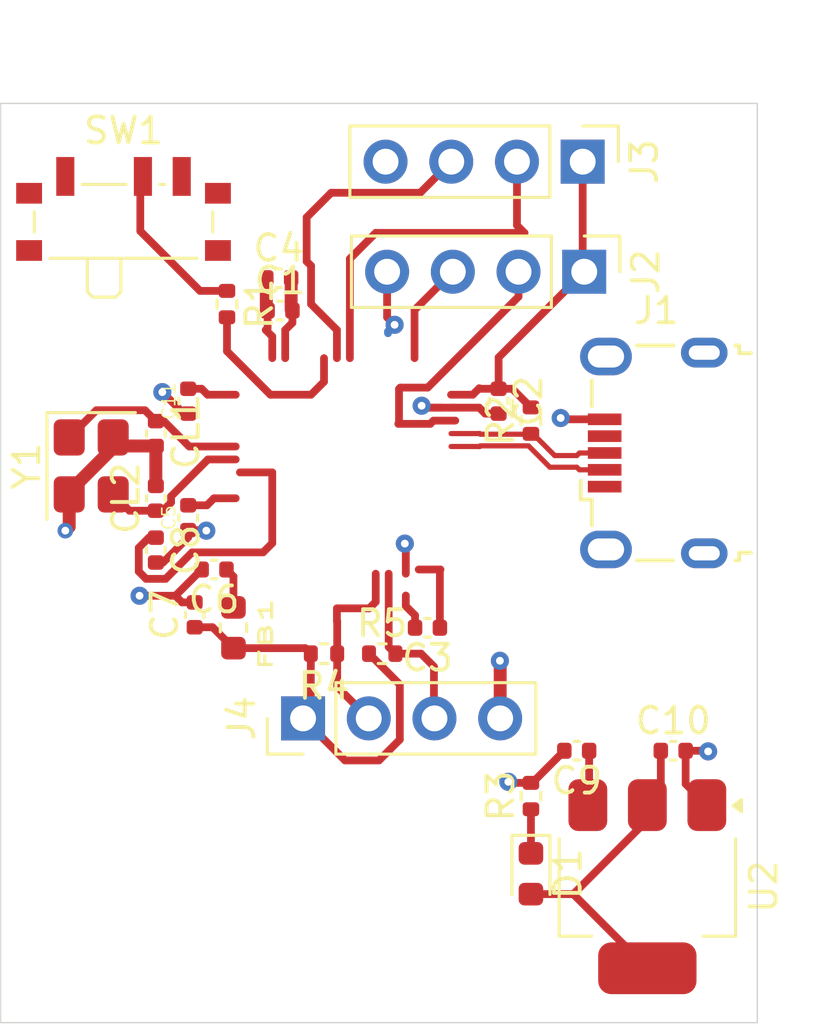
<source format=kicad_pcb>
(kicad_pcb (version 20241229) (generator "pcbnew") (generator_version "9.0")
  (layers (0 "F.Cu" signal) (2 "B.Cu" power) (13 "F.Paste" user) (15 "B.Paste" user) (5 "F.SilkS" user "F.Silkscreen") (7 "B.SilkS" user "B.Silkscreen") (1 "F.Mask" user) (3 "B.Mask" user) (25 "Edge.Cuts" user))
  (net 0 "")
  (net 1 "GND")
  (net 2 "+3.3V")
  (net 3 "+3.3VA")
  (net 4 "<NO NET>")
  (net 5 "Net-(U1-NRST)")
  (net 6 "VBUS")
  (net 7 "/RCC_OSS_IN")
  (net 8 "Net-(U1-PD1)")
  (net 9 "Net-(D1-K)")
  (net 12 "USB_D-")
  (net 14 "USB_D+")
  (net 17 "SYS_SWDIO")
  (net 18 "SYS_SWCLK")
  (net 19 "/USART1_TX")
  (net 20 "/USART1_RX")
  (net 21 "/I2C2_SDA")
  (net 22 "/I2C2_SCL")
  (net 23 "Net-(SW1-B)")
  (net 24 "/BOOT0")
  (footprint "Capacitor_SMD:C_0402_1005Metric" (layer "F.Cu") (at 138.25 103.75 -90)
    (property "Reference" "C8" (at 0 -1.16 90) (layer "F.SilkS"))
    (property "Value" "100nF")
    (fp_line (start -0.107836 0.36) (end 0.107836 0.36) (stroke (width 0.12)) (layer "F.SilkS"))
    (fp_line (start -0.107836 -0.36) (end 0.107836 -0.36) (stroke (width 0.12)) (layer "F.SilkS"))
    (pad "1" smd roundrect (at -0.48 0 270) (size 0.56 0.62) (layers "F.Cu" "F.Mask" "F.Paste") (net 5 "Net-(U1-NRST)"))
    (pad "2" smd roundrect (at 0.48 0 270) (size 0.56 0.62) (layers "F.Cu" "F.Mask" "F.Paste") (net 4 "<NO NET>"))
  )
  (footprint "Capacitor_SMD:C_0402_1005Metric" (layer "F.Cu") (at 154.52 111.5 180)
    (property "Reference" "C9" (at 0 -1.16 0) (layer "F.SilkS"))
    (property "Value" "22uF")
    (fp_line (start -0.107836 0.36) (end 0.107836 0.36) (stroke (width 0.12)) (layer "F.SilkS"))
    (fp_line (start -0.107836 -0.36) (end 0.107836 -0.36) (stroke (width 0.12)) (layer "F.SilkS"))
    (pad "1" smd roundrect (at -0.48 0 180) (size 0.56 0.62) (layers "F.Cu" "F.Mask" "F.Paste") (net 6 "VBUS"))
    (pad "2" smd roundrect (at 0.48 0 180) (size 0.56 0.62) (layers "F.Cu" "F.Mask" "F.Paste") (net 4 "<NO NET>"))
  )
  (footprint "Resistor_SMD:R_0402_1005Metric" (layer "F.Cu") (at 152.75 113.25 90)
    (property "Reference" "R3" (at 0 -1.17 90) (layer "F.SilkS"))
    (property "Value" "1k5")
    (fp_line (start -0.153641 -0.38) (end 0.153641 -0.38) (stroke (width 0.12)) (layer "F.SilkS"))
    (fp_line (start -0.153641 0.38) (end 0.153641 0.38) (stroke (width 0.12)) (layer "F.SilkS"))
    (pad "1" smd roundrect (at -0.51 0 90) (size 0.54 0.64) (layers "F.Cu" "F.Mask" "F.Paste") (net 9 "Net-(D1-K)"))
    (pad "2" smd roundrect (at 0.51 0 90) (size 0.54 0.64) (layers "F.Cu" "F.Mask" "F.Paste") (net 4 "<NO NET>"))
  )
  (footprint "Resistor_SMD:R_0402_1005Metric" (layer "F.Cu") (at 141 94.25 90)
    (property "Reference" "R1" (at 0.01 1.25 90) (layer "F.SilkS"))
    (property "Value" "10k")
    (fp_line (start -0.153641 -0.38) (end 0.153641 -0.38) (stroke (width 0.12)) (layer "F.SilkS"))
    (fp_line (start -0.153641 0.38) (end 0.153641 0.38) (stroke (width 0.12)) (layer "F.SilkS"))
    (pad "1" smd roundrect (at -0.51 0 90) (size 0.54 0.64) (layers "F.Cu" "F.Mask" "F.Paste") (net 24 "/BOOT0"))
    (pad "2" smd roundrect (at 0.51 0 90) (size 0.54 0.64) (layers "F.Cu" "F.Mask" "F.Paste") (net 23 "Net-(SW1-B)"))
  )
  (footprint "LED_SMD:LED_0603_1608Metric" (layer "F.Cu") (at 152.75 116.25 -90)
    (property "Reference" "D1" (at 0 -1.43 90) (layer "F.SilkS"))
    (property "Value" "LED")
    (fp_line (start -1.485 0.735) (end 0.8 0.735) (stroke (width 0.12)) (layer "F.SilkS"))
    (fp_line (start -1.485 -0.735) (end -1.485 0.735) (stroke (width 0.12)) (layer "F.SilkS"))
    (fp_line (start 0.8 -0.735) (end -1.485 -0.735) (stroke (width 0.12)) (layer "F.SilkS"))
    (pad "1" smd roundrect (at -0.7875 0 270) (size 0.875 0.95) (layers "F.Cu" "F.Mask" "F.Paste") (net 9 "Net-(D1-K)"))
    (pad "2" smd roundrect (at 0.7875 0 270) (size 0.875 0.95) (layers "F.Cu" "F.Mask" "F.Paste") (net 2 "+3.3V"))
  )
  (footprint "Button_Switch_SMD:SW_SPDT_PCM12" (layer "F.Cu") (at 137 90.75)
    (property "Reference" "SW1" (at 0 -3.2 0) (layer "F.SilkS"))
    (property "Value" "SW_SPDT")
    (fp_line (start -3.45 -0.07) (end -3.45 0.72) (stroke (width 0.12)) (layer "F.SilkS"))
    (fp_line (start -2.85 1.73) (end 2.85 1.73) (stroke (width 0.12)) (layer "F.SilkS"))
    (fp_line (start -1.6 -1.12) (end 0.1 -1.12) (stroke (width 0.12)) (layer "F.SilkS"))
    (fp_line (start -1.4 1.73) (end -1.4 3.02) (stroke (width 0.12)) (layer "F.SilkS"))
    (fp_line (start -1.4 3.02) (end -1.2 3.23) (stroke (width 0.12)) (layer "F.SilkS"))
    (fp_line (start -1.2 3.23) (end -0.3 3.23) (stroke (width 0.12)) (layer "F.SilkS"))
    (fp_line (start -0.1 3.02) (end -0.3 3.23) (stroke (width 0.12)) (layer "F.SilkS"))
    (fp_line (start -0.1 3.02) (end -0.1 1.73) (stroke (width 0.12)) (layer "F.SilkS"))
    (fp_line (start 1.4 -1.12) (end 1.6 -1.12) (stroke (width 0.12)) (layer "F.SilkS"))
    (fp_line (start 3.45 0.72) (end 3.45 -0.07) (stroke (width 0.12)) (layer "F.SilkS"))
    (pad "" smd rect (at -3.65 -0.78) (size 1 0.8) (layers "F.Cu" "F.Mask" "F.Paste"))
    (pad "" smd rect (at -3.65 1.43) (size 1 0.8) (layers "F.Cu" "F.Mask" "F.Paste"))
    (pad "" np_thru_hole circle (at -1.5 0.33) (size 0.9 0.9) (drill 0.9) (layers "*.Cu" "*.Mask"))
    (pad "" np_thru_hole circle (at 1.5 0.33) (size 0.9 0.9) (drill 0.9) (layers "*.Cu" "*.Mask"))
    (pad "" smd rect (at 3.65 -0.78) (size 1 0.8) (layers "F.Cu" "F.Mask" "F.Paste"))
    (pad "" smd rect (at 3.65 1.43) (size 1 0.8) (layers "F.Cu" "F.Mask" "F.Paste"))
    (pad "1" smd rect (at -2.25 -1.43) (size 0.7 1.5) (layers "F.Cu" "F.Mask" "F.Paste") (net 4 "<NO NET>"))
    (pad "2" smd rect (at 0.75 -1.43) (size 0.7 1.5) (layers "F.Cu" "F.Mask" "F.Paste") (net 23 "Net-(SW1-B)"))
    (pad "3" smd rect (at 2.25 -1.43) (size 0.7 1.5) (layers "F.Cu" "F.Mask" "F.Paste") (net 2 "+3.3V"))
  )
  (footprint "Capacitor_SMD:C_0402_1005Metric" (layer "F.Cu") (at 158.25 111.5)
    (property "Reference" "C10" (at 0 -1.16 0) (layer "F.SilkS"))
    (property "Value" "22uF")
    (fp_line (start -0.107836 -0.36) (end 0.107836 -0.36) (stroke (width 0.12)) (layer "F.SilkS"))
    (fp_line (start -0.107836 0.36) (end 0.107836 0.36) (stroke (width 0.12)) (layer "F.SilkS"))
    (pad "1" smd roundrect (at -0.48 0) (size 0.56 0.62) (layers "F.Cu" "F.Mask" "F.Paste") (net 2 "+3.3V"))
    (pad "2" smd roundrect (at 0.48 0) (size 0.56 0.62) (layers "F.Cu" "F.Mask" "F.Paste") (net 4 "<NO NET>"))
  )
  (footprint "Crystal:Crystal_SMD_3225-4Pin_3.2x2.5mm" (layer "F.Cu") (at 135.75 100.5 -90)
    (property "Reference" "Y1" (at 0 2.5 90) (layer "F.SilkS"))
    (property "Value" "GND24")
    (fp_line (start -2.06 1.71) (end 2.06 1.71) (stroke (width 0.12)) (layer "F.SilkS"))
    (fp_line (start -2.06 -1.71) (end -2.06 1.71) (stroke (width 0.12)) (layer "F.SilkS"))
    (pad "1" smd roundrect (at -1.1 0.85 270) (size 1.4 1.2) (layers "F.Cu" "F.Mask" "F.Paste") (roundrect_rratio 0.208333) (net 7 "/RCC_OSS_IN"))
    (pad "2" smd roundrect (at 1.1 0.85 270) (size 1.4 1.2) (layers "F.Cu" "F.Mask" "F.Paste") (roundrect_rratio 0.208333) (net 4 "<NO NET>"))
    (pad "3" smd roundrect (at 1.1 -0.85 270) (size 1.4 1.2) (layers "F.Cu" "F.Mask" "F.Paste") (roundrect_rratio 0.208333) (net 8 "Net-(U1-PD1)"))
    (pad "4" smd roundrect (at -1.1 -0.85 270) (size 1.4 1.2) (layers "F.Cu" "F.Mask" "F.Paste") (roundrect_rratio 0.208333) (net 4 "<NO NET>"))
  )
  (footprint "Package_TO_SOT_SMD:SOT-223-3_TabPin2" (layer "F.Cu") (at 157.25 116.75 -90)
    (property "Reference" "U2" (at 0 -4.5 90) (layer "F.SilkS"))
    (property "Value" "AMS1117-3.3")
    (fp_line (start -1.85 3.41) (end 1.91 3.41) (stroke (width 0.12)) (layer "F.SilkS"))
    (fp_line (start 1.91 3.41) (end 1.91 2.15) (stroke (width 0.12)) (layer "F.SilkS"))
    (fp_line (start -1.85 -3.41) (end 1.91 -3.41) (stroke (width 0.12)) (layer "F.SilkS"))
    (fp_line (start 1.91 -3.41) (end 1.91 -2.15) (stroke (width 0.12)) (layer "F.SilkS"))
    (fp_poly (pts (xy -3.13 -3.31) (xy -3.37 -3.64) (xy -2.89 -3.64) (xy -3.13 -3.31)) (stroke (width 0.12)) (fill yes) (layer "F.SilkS"))
    (pad "1" smd roundrect (at -3.15 -2.3 270) (size 2 1.5) (layers "F.Cu" "F.Mask" "F.Paste") (net 4 "<NO NET>"))
    (pad "2" smd roundrect (at -3.15 0 270) (size 2 1.5) (layers "F.Cu" "F.Mask" "F.Paste") (net 2 "+3.3V"))
    (pad "2" smd roundrect (at 3.15 0 270) (size 2 3.8) (layers "F.Cu" "F.Mask" "F.Paste") (net 2 "+3.3V"))
    (pad "3" smd roundrect (at -3.15 2.3 270) (size 2 1.5) (layers "F.Cu" "F.Mask" "F.Paste") (net 6 "VBUS"))
  )
  (footprint "Resistor_SMD:R_0402_1005Metric" (layer "F.Cu") (at 147 107.75)
    (property "Reference" "R5" (at 0 -1.17 0) (layer "F.SilkS"))
    (property "Value" "1k5")
    (fp_line (start -0.153641 -0.38) (end 0.153641 -0.38) (stroke (width 0.12)) (layer "F.SilkS"))
    (fp_line (start -0.153641 0.38) (end 0.153641 0.38) (stroke (width 0.12)) (layer "F.SilkS"))
    (pad "1" smd roundrect (at -0.51 0) (size 0.54 0.64) (layers "F.Cu" "F.Mask" "F.Paste") (net 2 "+3.3V"))
    (pad "2" smd roundrect (at 0.51 0) (size 0.54 0.64) (layers "F.Cu" "F.Mask" "F.Paste") (net 21 "/I2C2_SDA"))
  )
  (footprint "Capacitor_SMD:C_0402_1005Metric" (layer "F.Cu") (at 140.5 104.5 180)
    (property "Reference" "C6" (at 0 -1.16 180) (layer "F.SilkS"))
    (property "Value" "1uF")
    (fp_line (start -0.107836 0.36) (end 0.107836 0.36) (stroke (width 0.12)) (layer "F.SilkS"))
    (fp_line (start -0.107836 -0.36) (end 0.107836 -0.36) (stroke (width 0.12)) (layer "F.SilkS"))
    (pad "1" smd roundrect (at -0.48 0 180) (size 0.56 0.62) (layers "F.Cu" "F.Mask" "F.Paste") (net 3 "+3.3VA"))
    (pad "2" smd roundrect (at 0.48 0 180) (size 0.56 0.62) (layers "F.Cu" "F.Mask" "F.Paste") (net 4 "<NO NET>"))
  )
  (footprint "Capacitor_SMD:C_0402_1005Metric" (layer "F.Cu") (at 139.75 106.25 90)
    (property "Reference" "C7" (at 0 -1.16 90) (layer "F.SilkS"))
    (property "Value" "1uF")
    (fp_line (start -0.107836 -0.36) (end 0.107836 -0.36) (stroke (width 0.12)) (layer "F.SilkS"))
    (fp_line (start -0.107836 0.36) (end 0.107836 0.36) (stroke (width 0.12)) (layer "F.SilkS"))
    (pad "1" smd roundrect (at -0.48 0 90) (size 0.56 0.62) (layers "F.Cu" "F.Mask" "F.Paste") (net 2 "+3.3V"))
    (pad "2" smd roundrect (at 0.48 0 90) (size 0.56 0.62) (layers "F.Cu" "F.Mask" "F.Paste") (net 4 "<NO NET>"))
  )
  (footprint "Resistor_SMD:R_0402_1005Metric" (layer "F.Cu") (at 152.75 98.75 90)
    (property "Reference" "R2" (at 0 -1.17 90) (layer "F.SilkS"))
    (property "Value" "1k5")
    (fp_line (start -0.153641 -0.38) (end 0.153641 -0.38) (stroke (width 0.12)) (layer "F.SilkS"))
    (fp_line (start -0.153641 0.38) (end 0.153641 0.38) (stroke (width 0.12)) (layer "F.SilkS"))
    (pad "1" smd roundrect (at -0.51 0 90) (size 0.54 0.64) (layers "F.Cu" "F.Mask" "F.Paste") (net 14 "USB_D+"))
    (pad "2" smd roundrect (at 0.51 0 90) (size 0.54 0.64) (layers "F.Cu" "F.Mask" "F.Paste") (net 2 "+3.3V"))
  )
  (footprint "Capacitor_SMD:C_0402_1005Metric" (layer "F.Cu") (at 138.25 101.75 90)
    (property "Reference" "CL2" (at 0 -1.16 90) (layer "F.SilkS"))
    (property "Value" "10pF")
    (fp_line (start -0.107836 -0.36) (end 0.107836 -0.36) (stroke (width 0.12)) (layer "F.SilkS"))
    (fp_line (start -0.107836 0.36) (end 0.107836 0.36) (stroke (width 0.12)) (layer "F.SilkS"))
    (pad "1" smd roundrect (at -0.48 0 90) (size 0.56 0.62) (layers "F.Cu" "F.Mask" "F.Paste") (net 8 "Net-(U1-PD1)"))
    (pad "2" smd roundrect (at 0.48 0 90) (size 0.56 0.62) (layers "F.Cu" "F.Mask" "F.Paste") (net 4 "<NO NET>"))
  )
  (footprint "Connector_PinHeader_2.54mm:PinHeader_1x04_P2.54mm_Vertical" (layer "F.Cu") (at 154.81 93 -90)
    (property "Reference" "J2" (at 0 -2.38 270) (layer "F.SilkS"))
    (property "Value" "Conn_01x04_Pin")
    (fp_line (start -1.38 9) (end 1.38 9) (stroke (width 0.12)) (layer "F.SilkS"))
    (fp_line (start -1.38 1.27) (end -1.38 9) (stroke (width 0.12)) (layer "F.SilkS"))
    (fp_line (start -1.38 1.27) (end 1.38 1.27) (stroke (width 0.12)) (layer "F.SilkS"))
    (fp_line (start 1.38 1.27) (end 1.38 9) (stroke (width 0.12)) (layer "F.SilkS"))
    (fp_line (start -1.38 0) (end -1.38 -1.38) (stroke (width 0.12)) (layer "F.SilkS"))
    (fp_line (start -1.38 -1.38) (end 0 -1.38) (stroke (width 0.12)) (layer "F.SilkS"))
    (pad "1" thru_hole rect (at 0 0 270) (size 1.7 1.7) (drill 1) (layers "*.Cu" "*.Mask") (net 2 "+3.3V"))
    (pad "2" thru_hole circle (at 0 2.54 270) (size 1.7 1.7) (drill 1) (layers "*.Cu" "*.Mask") (net 17 "SYS_SWDIO"))
    (pad "3" thru_hole circle (at 0 5.08 270) (size 1.7 1.7) (drill 1) (layers "*.Cu" "*.Mask") (net 18 "SYS_SWCLK"))
    (pad "4" thru_hole circle (at 0 7.62 270) (size 1.7 1.7) (drill 1) (layers "*.Cu" "*.Mask") (net 1 "GND"))
  )
  (footprint "Capacitor_SMD:C_0402_1005Metric" (layer "F.Cu") (at 139.5 98 -90)
    (property "Reference" "C11" (at 0 0.75 270) (layer "F.SilkS") (effects (font (size 0.5 0.5) (thickness 0.0625))))
    (property "Value" "100nF")
    (fp_line (start -0.107836 0.36) (end 0.107836 0.36) (stroke (width 0.12)) (layer "F.SilkS"))
    (fp_line (start -0.107836 -0.36) (end 0.107836 -0.36) (stroke (width 0.12)) (layer "F.SilkS"))
    (pad "1" smd roundrect (at -0.48 0 270) (size 0.56 0.62) (layers "F.Cu" "F.Mask" "F.Paste") (net 2 "+3.3V"))
    (pad "2" smd roundrect (at 0.48 0 270) (size 0.56 0.62) (layers "F.Cu" "F.Mask" "F.Paste") (net 1 "GND"))
  )
  (footprint "Capacitor_SMD:C_0402_1005Metric" (layer "F.Cu") (at 148.75 106.75 180)
    (property "Reference" "C3" (at 0 -1.16 180) (layer "F.SilkS"))
    (property "Value" "100nF")
    (fp_line (start -0.107836 0.36) (end 0.107836 0.36) (stroke (width 0.12)) (layer "F.SilkS"))
    (fp_line (start -0.107836 -0.36) (end 0.107836 -0.36) (stroke (width 0.12)) (layer "F.SilkS"))
    (pad "1" smd roundrect (at -0.48 0 180) (size 0.56 0.62) (layers "F.Cu" "F.Mask" "F.Paste") (net 2 "+3.3V"))
    (pad "2" smd roundrect (at 0.48 0 180) (size 0.56 0.62) (layers "F.Cu" "F.Mask" "F.Paste") (net 1 "GND"))
  )
  (footprint "Resistor_SMD:R_0402_1005Metric" (layer "F.Cu") (at 144.75 107.75)
    (property "Reference" "R4" (at 0 1.25 0) (layer "F.SilkS"))
    (property "Value" "1k5")
    (fp_line (start -0.153641 -0.38) (end 0.153641 -0.38) (stroke (width 0.12)) (layer "F.SilkS"))
    (fp_line (start -0.153641 0.38) (end 0.153641 0.38) (stroke (width 0.12)) (layer "F.SilkS"))
    (pad "1" smd roundrect (at -0.51 0) (size 0.54 0.64) (layers "F.Cu" "F.Mask" "F.Paste") (net 2 "+3.3V"))
    (pad "2" smd roundrect (at 0.51 0) (size 0.54 0.64) (layers "F.Cu" "F.Mask" "F.Paste") (net 22 "/I2C2_SCL"))
  )
  (footprint "Connector_PinHeader_2.54mm:PinHeader_1x04_P2.54mm_Vertical" (layer "F.Cu") (at 154.75 88.75 -90)
    (property "Reference" "J3" (at 0 -2.38 270) (layer "F.SilkS"))
    (property "Value" "Conn_01x04_Pin")
    (fp_line (start -1.38 9) (end 1.38 9) (stroke (width 0.12)) (layer "F.SilkS"))
    (fp_line (start -1.38 1.27) (end -1.38 9) (stroke (width 0.12)) (layer "F.SilkS"))
    (fp_line (start -1.38 1.27) (end 1.38 1.27) (stroke (width 0.12)) (layer "F.SilkS"))
    (fp_line (start 1.38 1.27) (end 1.38 9) (stroke (width 0.12)) (layer "F.SilkS"))
    (fp_line (start -1.38 0) (end -1.38 -1.38) (stroke (width 0.12)) (layer "F.SilkS"))
    (fp_line (start -1.38 -1.38) (end 0 -1.38) (stroke (width 0.12)) (layer "F.SilkS"))
    (pad "1" thru_hole rect (at 0 0 270) (size 1.7 1.7) (drill 1) (layers "*.Cu" "*.Mask") (net 2 "+3.3V"))
    (pad "2" thru_hole circle (at 0 2.54 270) (size 1.7 1.7) (drill 1) (layers "*.Cu" "*.Mask") (net 19 "/USART1_TX"))
    (pad "3" thru_hole circle (at 0 5.08 270) (size 1.7 1.7) (drill 1) (layers "*.Cu" "*.Mask") (net 20 "/USART1_RX"))
    (pad "4" thru_hole circle (at 0 7.62 270) (size 1.7 1.7) (drill 1) (layers "*.Cu" "*.Mask") (net 1 "GND"))
  )
  (footprint "Capacitor_SMD:C_0402_1005Metric" (layer "F.Cu") (at 138.25 99.25 -90)
    (property "Reference" "CL1" (at 0 -1.16 90) (layer "F.SilkS"))
    (property "Value" "10pF")
    (fp_line (start -0.107836 0.36) (end 0.107836 0.36) (stroke (width 0.12)) (layer "F.SilkS"))
    (fp_line (start -0.107836 -0.36) (end 0.107836 -0.36) (stroke (width 0.12)) (layer "F.SilkS"))
    (pad "1" smd roundrect (at -0.48 0 270) (size 0.56 0.62) (layers "F.Cu" "F.Mask" "F.Paste") (net 7 "/RCC_OSS_IN"))
    (pad "2" smd roundrect (at 0.48 0 270) (size 0.56 0.62) (layers "F.Cu" "F.Mask" "F.Paste") (net 4 "<NO NET>"))
  )
  (footprint "Connector_USB:USB_Micro-B_Wuerth_629105150521" (layer "F.Cu") (at 157.5 100 90)
    (property "Reference" "J1" (at 5.5 0.1 180) (layer "F.SilkS"))
    (property "Value" "USB_B_Micro")
    (fp_line (start -1.075 -2.825) (end -1.8 -2.825) (stroke (width 0.15)) (layer "F.SilkS"))
    (fp_line (start -1.8 -2.825) (end -1.8 -2.4) (stroke (width 0.15)) (layer "F.SilkS"))
    (fp_line (start 1.8 -2.4) (end 2.8 -2.4) (stroke (width 0.15)) (layer "F.SilkS"))
    (fp_line (start -1.8 -2.4) (end -2.8 -2.4) (stroke (width 0.15)) (layer "F.SilkS"))
    (fp_line (start -4.15 -0.65) (end -4.15 0.75) (stroke (width 0.15)) (layer "F.SilkS"))
    (fp_line (start 4.15 0.75) (end 4.15 -0.65) (stroke (width 0.15)) (layer "F.SilkS"))
    (fp_line (start -4.15 3.15) (end -4.15 3.3) (stroke (width 0.15)) (layer "F.SilkS"))
    (fp_line (start 4.15 3.3) (end 4.15 3.15) (stroke (width 0.15)) (layer "F.SilkS"))
    (fp_line (start 3.85 3.3) (end 4.15 3.3) (stroke (width 0.15)) (layer "F.SilkS"))
    (fp_line (start -3.85 3.3) (end -3.85 3.75) (stroke (width 0.15)) (layer "F.SilkS"))
    (fp_line (start -4.15 3.3) (end -3.85 3.3) (stroke (width 0.15)) (layer "F.SilkS"))
    (fp_line (start 3.85 3.75) (end 3.85 3.3) (stroke (width 0.15)) (layer "F.SilkS"))
    (pad "" np_thru_hole oval (at -2.5 -0.8 90) (size 0.8 0.8) (drill 0.8) (layers "*.Cu" "*.Mask"))
    (pad "" np_thru_hole oval (at 2.5 -0.8 90) (size 0.8 0.8) (drill 0.8) (layers "*.Cu" "*.Mask"))
    (pad "1" smd rect (at -1.3 -1.9 90) (size 0.45 1.3) (layers "F.Cu" "F.Mask" "F.Paste") (net 6 "VBUS"))
    (pad "2" smd rect (at -0.65 -1.9 90) (size 0.45 1.3) (layers "F.Cu" "F.Mask" "F.Paste") (net 12 "USB_D-"))
    (pad "3" smd rect (at 0 -1.9 90) (size 0.45 1.3) (layers "F.Cu" "F.Mask" "F.Paste") (net 14 "USB_D+"))
    (pad "4" smd rect (at 0.65 -1.9 90) (size 0.45 1.3) (layers "F.Cu" "F.Mask" "F.Paste"))
    (pad "5" smd rect (at 1.3 -1.9 90) (size 0.45 1.3) (layers "F.Cu" "F.Mask" "F.Paste") (net 1 "GND"))
    (pad "6" thru_hole oval (at -3.875 1.95 90) (size 1.15 1.8) (drill oval 0.55 1.2) (property pad_prop_heatsink) (layers "*.Cu" "*.Mask"))
    (pad "6" thru_hole oval (at -3.725 -1.85 90) (size 1.45 2) (drill oval 0.85 1.4) (property pad_prop_heatsink) (layers "*.Cu" "*.Mask"))
    (pad "6" thru_hole oval (at 3.725 -1.85 90) (size 1.45 2) (drill oval 0.85 1.4) (property pad_prop_heatsink) (layers "*.Cu" "*.Mask"))
    (pad "6" thru_hole oval (at 3.875 1.95 90) (size 1.15 1.8) (drill oval 0.55 1.2) (property pad_prop_heatsink) (layers "*.Cu" "*.Mask"))
  )
  (footprint "Capacitor_SMD:C_0402_1005Metric" (layer "F.Cu") (at 139.5 102.5 -90)
    (property "Reference" "C5" (at 0 0.75 270) (layer "F.SilkS") (effects (font (size 0.5 0.5) (thickness 0.0625))))
    (property "Value" "1nF")
    (fp_line (start -0.107836 0.36) (end 0.107836 0.36) (stroke (width 0.12)) (layer "F.SilkS"))
    (fp_line (start -0.107836 -0.36) (end 0.107836 -0.36) (stroke (width 0.12)) (layer "F.SilkS"))
    (pad "1" smd roundrect (at -0.48 0 270) (size 0.56 0.62) (layers "F.Cu" "F.Mask" "F.Paste") (net 3 "+3.3VA"))
    (pad "2" smd roundrect (at 0.48 0 270) (size 0.56 0.62) (layers "F.Cu" "F.Mask" "F.Paste") (net 4 "<NO NET>"))
  )
  (footprint "Connector_PinHeader_2.54mm:PinHeader_1x04_P2.54mm_Vertical" (layer "F.Cu") (at 143.94 110.25 90)
    (property "Reference" "J4" (at 0 -2.38 90) (layer "F.SilkS"))
    (property "Value" "Conn_01x04_Pin")
    (fp_line (start -1.38 -1.38) (end 0 -1.38) (stroke (width 0.12)) (layer "F.SilkS"))
    (fp_line (start -1.38 0) (end -1.38 -1.38) (stroke (width 0.12)) (layer "F.SilkS"))
    (fp_line (start 1.38 1.27) (end 1.38 9) (stroke (width 0.12)) (layer "F.SilkS"))
    (fp_line (start -1.38 1.27) (end 1.38 1.27) (stroke (width 0.12)) (layer "F.SilkS"))
    (fp_line (start -1.38 1.27) (end -1.38 9) (stroke (width 0.12)) (layer "F.SilkS"))
    (fp_line (start -1.38 9) (end 1.38 9) (stroke (width 0.12)) (layer "F.SilkS"))
    (pad "1" thru_hole rect (at 0 0 90) (size 1.7 1.7) (drill 1) (layers "*.Cu" "*.Mask") (net 2 "+3.3V"))
    (pad "2" thru_hole circle (at 0 2.54 90) (size 1.7 1.7) (drill 1) (layers "*.Cu" "*.Mask") (net 22 "/I2C2_SCL"))
    (pad "3" thru_hole circle (at 0 5.08 90) (size 1.7 1.7) (drill 1) (layers "*.Cu" "*.Mask") (net 21 "/I2C2_SDA"))
    (pad "4" thru_hole circle (at 0 7.62 90) (size 1.7 1.7) (drill 1) (layers "*.Cu" "*.Mask") (net 1 "GND"))
  )
  (footprint "Capacitor_SMD:C_0402_1005Metric" (layer "F.Cu") (at 143 93.25)
    (property "Reference" "C4" (at 0 -1.16 0) (layer "F.SilkS"))
    (property "Value" "10uF")
    (fp_line (start -0.107836 -0.36) (end 0.107836 -0.36) (stroke (width 0.12)) (layer "F.SilkS"))
    (fp_line (start -0.107836 0.36) (end 0.107836 0.36) (stroke (width 0.12)) (layer "F.SilkS"))
    (pad "1" smd roundrect (at -0.48 0) (size 0.56 0.62) (layers "F.Cu" "F.Mask" "F.Paste") (net 2 "+3.3V"))
    (pad "2" smd roundrect (at 0.48 0) (size 0.56 0.62) (layers "F.Cu" "F.Mask" "F.Paste") (net 1 "GND"))
  )
  (footprint "Capacitor_SMD:C_0402_1005Metric" (layer "F.Cu") (at 143.05 94.5)
    (property "Reference" "C1" (at 0 -1.16 0) (layer "F.SilkS"))
    (property "Value" "100nF")
    (fp_line (start -0.107836 -0.36) (end 0.107836 -0.36) (stroke (width 0.12)) (layer "F.SilkS"))
    (fp_line (start -0.107836 0.36) (end 0.107836 0.36) (stroke (width 0.12)) (layer "F.SilkS"))
    (pad "1" smd roundrect (at -0.48 0) (size 0.56 0.62) (layers "F.Cu" "F.Mask" "F.Paste") (net 2 "+3.3V"))
    (pad "2" smd roundrect (at 0.48 0) (size 0.56 0.62) (layers "F.Cu" "F.Mask" "F.Paste") (net 1 "GND"))
  )
  (footprint "Inductor_SMD:L_0603_1608Metric" (layer "F.Cu") (at 141.25 106.75 -90)
    (property "Reference" "FB1" (at 0.25 -1.25 90) (layer "F.SilkS") (effects (font (size 0.5 1) (thickness 0.125))))
    (property "Value" "120R")
    (fp_line (start -0.162779 0.51) (end 0.162779 0.51) (stroke (width 0.12)) (layer "F.SilkS"))
    (fp_line (start -0.162779 -0.51) (end 0.162779 -0.51) (stroke (width 0.12)) (layer "F.SilkS"))
    (pad "1" smd roundrect (at -0.7875 0 270) (size 0.875 0.95) (layers "F.Cu" "F.Mask" "F.Paste") (net 3 "+3.3VA"))
    (pad "2" smd roundrect (at 0.7875 0 270) (size 0.875 0.95) (layers "F.Cu" "F.Mask" "F.Paste") (net 2 "+3.3V"))
  )
  (footprint "Capacitor_SMD:C_0402_1005Metric" (layer "F.Cu") (at 151.5 98 -90)
    (property "Reference" "C2" (at 0 -1.16 270) (layer "F.SilkS"))
    (property "Value" "100nF")
    (fp_line (start -0.107836 0.36) (end 0.107836 0.36) (stroke (width 0.12)) (layer "F.SilkS"))
    (fp_line (start -0.107836 -0.36) (end 0.107836 -0.36) (stroke (width 0.12)) (layer "F.SilkS"))
    (pad "1" smd roundrect (at -0.48 0 270) (size 0.56 0.62) (layers "F.Cu" "F.Mask" "F.Paste") (net 2 "+3.3V"))
    (pad "2" smd roundrect (at 0.48 0 270) (size 0.56 0.62) (layers "F.Cu" "F.Mask" "F.Paste") (net 1 "GND"))
  )
  (gr_rect (start 132.25 86.5) (end 161.5 122) (stroke (width 0.05)) (fill no) (layer "Edge.Cuts"))
  (segment (start 143.25 95.25) (end 143.53 94.97) (width 0.3) (layer "F.Cu") (net 1))
  (segment (start 151.56 108.035) (end 151.55 108.025) (width 0.5) (layer "F.Cu") (net 1))
  (segment (start 148.975 98.25) (end 149.3 98.25) (width 0.3) (layer "F.Cu") (net 1))
  (segment (start 148.27 106.27) (end 148.27 106.75) (width 0.3) (layer "F.Cu") (net 1))
  (segment (start 150.98 98.48) (end 151.5 98.48) (width 0.3) (layer "F.Cu") (net 1))
  (segment (start 147.9125 103.5375) (end 147.875 103.5) (width 0.3) (layer "F.Cu") (net 1))
  (segment (start 143.48 94.45) (end 143.53 94.5) (width 0.5) (layer "F.Cu") (net 1))
  (segment (start 151.56 110.25) (end 151.56 108.035) (width 0.5) (layer "F.Cu") (net 1))
  (segment (start 150.75 98.25) (end 150.98 98.48) (width 0.3) (layer "F.Cu") (net 1))
  (segment (start 143.48 93.25) (end 143.48 94.45) (width 0.5) (layer "F.Cu") (net 1))
  (segment (start 139.5 98.48) (end 139.33 98.48) (width 0.3) (layer "F.Cu") (net 1))
  (segment (start 147.9125 104.6625) (end 147.9125 103.5375) (width 0.3) (layer "F.Cu") (net 1))
  (segment (start 148.975 98.25) (end 148.6 98.25) (width 0.3) (layer "F.Cu") (net 1))
  (segment (start 147.19 93) (end 147.19 94.76003) (width 0.3) (layer "F.Cu") (net 1))
  (segment (start 148.27 106.27) (end 147.9125 105.9125) (width 0.3) (layer "F.Cu") (net 1))
  (segment (start 143.53 94.97) (end 143.53 94.5) (width 0.3) (layer "F.Cu") (net 1))
  (segment (start 139.33 98.48) (end 138.5 97.65) (width 0.3) (layer "F.Cu") (net 1))
  (segment (start 149.6625 98.25) (end 150.75 98.25) (width 0.3) (layer "F.Cu") (net 1))
  (segment (start 147.9125 105.9125) (end 147.9125 105.504534) (width 0.3) (layer "F.Cu") (net 1))
  (segment (start 149.825 98.25) (end 148.975 98.25) (width 0.3) (layer "F.Cu") (net 1))
  (segment (start 147.19 94.76003) (end 147.47997 95.05) (width 0.3) (layer "F.Cu") (net 1))
  (segment (start 155.6 98.7) (end 153.95 98.7) (width 0.3) (layer "F.Cu") (net 1))
  (segment (start 153.95 98.7) (end 153.9 98.65) (width 0.3) (layer "F.Cu") (net 1))
  (segment (start 148.6 98.25) (end 148.525 98.175) (width 0.3) (layer "F.Cu") (net 1))
  (segment (start 143.25 96.3375) (end 143.25 95.25) (width 0.3) (layer "F.Cu") (net 1))
  (via (at 147.875 103.5) (size 0.7) (drill 0.3) (layers "F.Cu" "B.Cu") (net 1))
  (via (at 147.47997 95.05) (size 0.7) (drill 0.3) (layers "F.Cu" "B.Cu") (net 1))
  (via (at 151.55 108.025) (size 0.7) (drill 0.3) (layers "F.Cu" "B.Cu") (net 1))
  (via (at 138.5 97.65) (size 0.7) (drill 0.3) (layers "F.Cu" "B.Cu") (net 1))
  (via (at 153.9 98.65) (size 0.7) (drill 0.3) (layers "F.Cu" "B.Cu") (net 1))
  (via (at 148.525 98.175) (size 0.7) (drill 0.3) (layers "F.Cu" "B.Cu") (net 1))
  (segment (start 147.47997 95.05) (end 147.225 95.30497) (width 0.3) (layer "B.Cu") (net 1))
  (segment (start 147.225 95.30497) (end 147.225 95.375) (width 0.3) (layer "B.Cu") (net 1))
  (segment (start 147.681 111.069) (end 146.875 111.875) (width 0.3) (layer "F.Cu") (net 2))
  (segment (start 142.75 96.3375) (end 142.75 95.5) (width 0.3) (layer "F.Cu") (net 2))
  (segment (start 151.5 97.52) (end 151.5 96.31) (width 0.3) (layer "F.Cu") (net 2))
  (segment (start 144.24 109.95) (end 143.94 110.25) (width 0.3) (layer "F.Cu") (net 2))
  (segment (start 144.24 107.75) (end 144.24 109.95) (width 0.3) (layer "F.Cu") (net 2))
  (segment (start 154.81 92.985) (end 154.75 92.925) (width 0.3) (layer "F.Cu") (net 2))
  (segment (start 149.25 104.5) (end 149.23 104.52) (width 0.3) (layer "F.Cu") (net 2))
  (segment (start 139.5 97.52) (end 140.02 97.52) (width 0.3) (layer "F.Cu") (net 2))
  (segment (start 140.02 97.52) (end 140.25 97.75) (width 0.3) (layer "F.Cu") (net 2))
  (segment (start 149.23 104.52) (end 149.23 106.75) (width 0.3) (layer "F.Cu") (net 2))
  (segment (start 157.77 111.5) (end 157.77 113.08) (width 0.3) (layer "F.Cu") (net 2))
  (segment (start 152.03 97.52) (end 152.75 98.24) (width 0.3) (layer "F.Cu") (net 2))
  (segment (start 157.25 113.6) (end 157.25 114.175) (width 0.3) (layer "F.Cu") (net 2))
  (segment (start 142.52 94.45) (end 142.57 94.5) (width 0.5) (layer "F.Cu") (net 2))
  (segment (start 149.6625 97.75) (end 150.5 97.75) (width 0.3) (layer "F.Cu") (net 2))
  (segment (start 150.5 97.75) (end 150.75 97.5) (width 0.3) (layer "F.Cu") (net 2))
  (segment (start 142.52 93.25) (end 142.52 94.45) (width 0.5) (layer "F.Cu") (net 2))
  (segment (start 157.77 113.08) (end 157.25 113.6) (width 0.3) (layer "F.Cu") (net 2))
  (segment (start 139.75 106.73) (end 140.4425 106.73) (width 0.3) (layer "F.Cu") (net 2))
  (segment (start 140.25 97.75) (end 141.3375 97.75) (width 0.3) (layer "F.Cu") (net 2))
  (segment (start 141.25 107.5375) (end 144.0275 107.5375) (width 0.3) (layer "F.Cu") (net 2))
  (segment (start 154.81 93) (end 154.81 92.985) (width 0.3) (layer "F.Cu") (net 2))
  (segment (start 140.4425 106.73) (end 141.25 107.5375) (width 0.3) (layer "F.Cu") (net 2))
  (segment (start 152.75 117.0375) (end 154.3875 117.0375) (width 0.3) (layer "F.Cu") (net 2))
  (segment (start 142.5 95.25) (end 142.57 95.18) (width 0.3) (layer "F.Cu") (net 2))
  (segment (start 151.5 97.52) (end 152.03 97.52) (width 0.3) (layer "F.Cu") (net 2))
  (segment (start 144.0275 107.5375) (end 144.24 107.75) (width 0.3) (layer "F.Cu") (net 2))
  (segment (start 150.77 97.52) (end 151.5 97.52) (width 0.3) (layer "F.Cu") (net 2))
  (segment (start 147.681 108.941) (end 147.681 111.069) (width 0.3) (layer "F.Cu") (net 2))
  (segment (start 154.75 92.925) (end 154.75 88.75) (width 0.3) (layer "F.Cu") (net 2))
  (segment (start 148.4125 104.5) (end 149.25 104.5) (width 0.3) (layer "F.Cu") (net 2))
  (segment (start 145.565 111.875) (end 143.94 110.25) (width 0.3) (layer "F.Cu") (net 2))
  (segment (start 157.25 114.175) (end 154.3875 117.0375) (width 0.3) (layer "F.Cu") (net 2))
  (segment (start 142.75 95.5) (end 142.5 95.25) (width 0.3) (layer "F.Cu") (net 2))
  (segment (start 146.49 107.75) (end 147.681 108.941) (width 0.3) (layer "F.Cu") (net 2))
  (segment (start 146.875 111.875) (end 145.565 111.875) (width 0.3) (layer "F.Cu") (net 2))
  (segment (start 142.57 95.18) (end 142.57 94.5) (width 0.3) (layer "F.Cu") (net 2))
  (segment (start 151.5 96.31) (end 154.81 93) (width 0.3) (layer "F.Cu") (net 2))
  (segment (start 154.3875 117.0375) (end 157.25 119.9) (width 0.3) (layer "F.Cu") (net 2))
  (segment (start 150.75 97.5) (end 150.77 97.52) (width 0.3) (layer "F.Cu") (net 2))
  (segment (start 139.5 102.02) (end 140.225466 102.02) (width 0.3) (layer "F.Cu") (net 3))
  (segment (start 141.3375 101.75) (end 140.495466 101.75) (width 0.3) (layer "F.Cu") (net 3))
  (segment (start 141.25 105.9625) (end 141.25 104.77) (width 0.3) (layer "F.Cu") (net 3))
  (segment (start 141.25 104.77) (end 140.98 104.5) (width 0.3) (layer "F.Cu") (net 3))
  (segment (start 140.225466 102.02) (end 140.495466 101.75) (width 0.3) (layer "F.Cu") (net 3))
  (segment (start 139.5 102.98) (end 140.18 102.98) (width 0.3) (layer "F.Cu") (net 4))
  (segment (start 134.9 101.6) (end 134.9 101.5) (width 0.5) (layer "F.Cu") (net 4))
  (segment (start 152.75 112.74) (end 151.915 112.74) (width 0.3) (layer "F.Cu") (net 4))
  (segment (start 134.9 101.5) (end 136.6 99.8) (width 0.5) (layer "F.Cu") (net 4))
  (segment (start 140.02 104.5) (end 139.006334 105.513666) (width 0.3) (layer "F.Cu") (net 4))
  (segment (start 136.6 99.8) (end 136.6 99.4) (width 0.5) (layer "F.Cu") (net 4))
  (segment (start 139.5 102.98) (end 139.5 103.259999) (width 0.3) (layer "F.Cu") (net 4))
  (segment (start 159.575 111.5) (end 159.6 111.525) (width 0.3) (layer "F.Cu") (net 4))
  (segment (start 138.529999 104.23) (end 138.25 104.23) (width 0.3) (layer "F.Cu") (net 4))
  (segment (start 140.18 102.98) (end 140.2 103) (width 0.3) (layer "F.Cu") (net 4))
  (segment (start 134.9 101.6) (end 134.9 102.85) (width 0.5) (layer "F.Cu") (net 4))
  (segment (start 136.93 99.73) (end 138.25 99.73) (width 0.5) (layer "F.Cu") (net 4))
  (segment (start 136.6 99.4) (end 136.93 99.73) (width 0.5) (layer "F.Cu") (net 4))
  (segment (start 158.73 111.5) (end 158.73 112.78) (width 0.3) (layer "F.Cu") (net 4))
  (segment (start 152.8 112.74) (end 154.04 111.5) (width 0.3) (layer "F.Cu") (net 4))
  (segment (start 151.915 112.74) (end 151.875 112.7) (width 0.3) (layer "F.Cu") (net 4))
  (segment (start 152.75 112.74) (end 152.8 112.74) (width 0.3) (layer "F.Cu") (net 4))
  (segment (start 134.9 102.85) (end 134.75 103) (width 0.5) (layer "F.Cu") (net 4))
  (segment (start 139.5 103.259999) (end 138.529999 104.23) (width 0.3) (layer "F.Cu") (net 4))
  (segment (start 158.73 111.5) (end 159.575 111.5) (width 0.3) (layer "F.Cu") (net 4))
  (segment (start 139.75 105.77) (end 139.262668 105.77) (width 0.3) (layer "F.Cu") (net 4))
  (segment (start 139.006334 105.513666) (end 137.619702 105.513666) (width 0.3) (layer "F.Cu") (net 4))
  (segment (start 158.73 112.78) (end 159.55 113.6) (width 0.3) (layer "F.Cu") (net 4))
  (segment (start 139.262668 105.77) (end 139.006334 105.513666) (width 0.3) (layer "F.Cu") (net 4))
  (segment (start 138.25 99.73) (end 138.25 101.27) (width 0.5) (layer "F.Cu") (net 4))
  (via (at 159.6 111.525) (size 0.7) (drill 0.3) (layers "F.Cu" "B.Cu") (net 4))
  (via (at 151.875 112.7) (size 0.7) (drill 0.3) (layers "F.Cu" "B.Cu") (net 4))
  (via (at 134.75 103) (size 0.6) (drill 0.3) (layers "F.Cu" "B.Cu") (net 4))
  (via (at 137.619702 105.513666) (size 0.7) (drill 0.3) (layers "F.Cu" "B.Cu") (net 4))
  (via (at 140.2 103) (size 0.7) (drill 0.3) (layers "F.Cu" "B.Cu") (net 4))
  (segment (start 151.875 112.7) (end 151.9 112.675) (width 0.3) (layer "B.Cu") (net 4))
  (segment (start 137.87274 104.861) (end 137.589 104.57726) (width 0.3) (layer "F.Cu") (net 5))
  (segment (start 142.75 100.75) (end 142.75 103.482966) (width 0.3) (layer "F.Cu") (net 5))
  (segment (start 137.98 103.27) (end 138.25 103.27) (width 0.3) (layer "F.Cu") (net 5))
  (segment (start 141.5 100.75) (end 142.75 100.75) (width 0.3) (layer "F.Cu") (net 5))
  (segment (start 139.64926 103.839) (end 138.62726 104.861) (width 0.3) (layer "F.Cu") (net 5))
  (segment (start 142.75 103.482966) (end 142.393966 103.839) (width 0.3) (layer "F.Cu") (net 5))
  (segment (start 138.62726 104.861) (end 137.87274 104.861) (width 0.3) (layer "F.Cu") (net 5))
  (segment (start 142.393966 103.839) (end 139.64926 103.839) (width 0.3) (layer "F.Cu") (net 5))
  (segment (start 137.589 103.661) (end 137.98 103.27) (width 0.3) (layer "F.Cu") (net 5))
  (segment (start 137.589 104.57726) (end 137.589 103.661) (width 0.3) (layer "F.Cu") (net 5))
  (segment (start 155 113.55) (end 154.95 113.6) (width 0.3) (layer "F.Cu") (net 6))
  (segment (start 155 111.5) (end 155 113.55) (width 0.3) (layer "F.Cu") (net 6))
  (segment (start 138.25 98.77) (end 137.829 98.349) (width 0.3) (layer "F.Cu") (net 7))
  (segment (start 135.951 98.349) (end 134.9 99.4) (width 0.3) (layer "F.Cu") (net 7))
  (segment (start 138.559999 98.77) (end 138.25 98.77) (width 0.3) (layer "F.Cu") (net 7))
  (segment (start 141.3375 99.75) (end 139.539999 99.75) (width 0.3) (layer "F.Cu") (net 7))
  (segment (start 139.539999 99.75) (end 138.559999 98.77) (width 0.3) (layer "F.Cu") (net 7))
  (segment (start 137.829 98.349) (end 135.951 98.349) (width 0.3) (layer "F.Cu") (net 7))
  (segment (start 138.25 102.23) (end 137.23 102.23) (width 0.3) (layer "F.Cu") (net 8))
  (segment (start 137.23 102.23) (end 136.6 101.6) (width 0.3) (layer "F.Cu") (net 8))
  (segment (start 141.3375 100.25) (end 140.26174 100.25) (width 0.3) (layer "F.Cu") (net 8))
  (segment (start 140.26174 100.25) (end 138.839 101.67274) (width 0.3) (layer "F.Cu") (net 8))
  (segment (start 138.52 102.23) (end 138.25 102.23) (width 0.3) (layer "F.Cu") (net 8))
  (segment (start 138.839 101.911) (end 138.52 102.23) (width 0.3) (layer "F.Cu") (net 8))
  (segment (start 138.839 101.67274) (end 138.839 101.911) (width 0.3) (layer "F.Cu") (net 8))
  (segment (start 152.75 115.4625) (end 152.75 113.76) (width 0.3) (layer "F.Cu") (net 9))
  (segment (start 150.793751 99.725) (end 152.656802 99.725) (width 0.2) (layer "F.Cu") (net 12))
  (segment (start 154.624999 100.65) (end 155.6 100.65) (width 0.2) (layer "F.Cu") (net 12))
  (segment (start 154.524999 100.55) (end 154.624999 100.65) (width 0.2) (layer "F.Cu") (net 12))
  (segment (start 153.481802 100.55) (end 154.524999 100.55) (width 0.2) (layer "F.Cu") (net 12))
  (segment (start 150.768751 99.75) (end 150.793751 99.725) (width 0.2) (layer "F.Cu") (net 12))
  (segment (start 152.656802 99.725) (end 153.481802 100.55) (width 0.2) (layer "F.Cu") (net 12))
  (segment (start 149.6625 99.75) (end 150.768751 99.75) (width 0.2) (layer "F.Cu") (net 12))
  (segment (start 150.793751 99.275) (end 152.843198 99.275) (width 0.2) (layer "F.Cu") (net 14))
  (segment (start 153.668198 100.1) (end 154.524999 100.1) (width 0.2) (layer "F.Cu") (net 14))
  (segment (start 154.624999 100) (end 155.6 100) (width 0.2) (layer "F.Cu") (net 14))
  (segment (start 152.843198 99.275) (end 153.668198 100.1) (width 0.2) (layer "F.Cu") (net 14))
  (segment (start 150.768751 99.25) (end 150.793751 99.275) (width 0.2) (layer "F.Cu") (net 14))
  (segment (start 149.6625 99.25) (end 150.768751 99.25) (width 0.2) (layer "F.Cu") (net 14))
  (segment (start 154.524999 100.1) (end 154.624999 100) (width 0.2) (layer "F.Cu") (net 14))
  (segment (start 147.625 98.875) (end 148.857966 98.875) (width 0.3) (layer "F.Cu") (net 17))
  (segment (start 148.757966 97.475) (end 152.27 93.962966) (width 0.3) (layer "F.Cu") (net 17))
  (segment (start 152.27 93.962966) (end 152.27 93) (width 0.3) (layer "F.Cu") (net 17))
  (segment (start 148.857966 98.875) (end 148.982966 98.75) (width 0.3) (layer "F.Cu") (net 17))
  (segment (start 147.7 97.475) (end 147.65 97.525) (width 0.3) (layer "F.Cu") (net 17))
  (segment (start 147.65 97.525) (end 147.65 98.85) (width 0.3) (layer "F.Cu") (net 17))
  (segment (start 147.65 98.85) (end 147.625 98.875) (width 0.3) (layer "F.Cu") (net 17))
  (segment (start 148.982966 98.75) (end 149.825 98.75) (width 0.3) (layer "F.Cu") (net 17))
  (segment (start 148.757966 97.475) (end 147.7 97.475) (width 0.3) (layer "F.Cu") (net 17))
  (segment (start 148.25 94.48) (end 149.73 93) (width 0.3) (layer "F.Cu") (net 18))
  (segment (start 148.25 96.3375) (end 148.25 94.48) (width 0.3) (layer "F.Cu") (net 18))
  (segment (start 152.5 91.5) (end 152.21 91.21) (width 0.3) (layer "F.Cu") (net 19))
  (segment (start 145.75 92.5) (end 146.75 91.5) (width 0.3) (layer "F.Cu") (net 19))
  (segment (start 152.21 91.21) (end 152.21 88.75) (width 0.3) (layer "F.Cu") (net 19))
  (segment (start 145.75 96.3375) (end 145.75 92.5) (width 0.3) (layer "F.Cu") (net 19))
  (segment (start 146.75 91.5) (end 152.5 91.5) (width 0.3) (layer "F.Cu") (net 19))
  (segment (start 144.25 92.77105) (end 144.079 92.60005) (width 0.3) (layer "F.Cu") (net 20))
  (segment (start 145.25 95.25) (end 144.25 94.25) (width 0.3) (layer "F.Cu") (net 20))
  (segment (start 144.25 94.25) (end 144.25 92.77105) (width 0.3) (layer "F.Cu") (net 20))
  (segment (start 145.02795 89.951) (end 148.469 89.951) (width 0.3) (layer "F.Cu") (net 20))
  (segment (start 144.079 92.60005) (end 144.079 90.89995) (width 0.3) (layer "F.Cu") (net 20))
  (segment (start 145.25 96.3375) (end 145.25 95.25) (width 0.3) (layer "F.Cu") (net 20))
  (segment (start 144.079 90.89995) (end 145.02795 89.951) (width 0.3) (layer "F.Cu") (net 20))
  (segment (start 148.469 89.951) (end 149.67 88.75) (width 0.3) (layer "F.Cu") (net 20))
  (segment (start 149 110.23) (end 149.02 110.25) (width 0.3) (layer "F.Cu") (net 21))
  (segment (start 147.51 107.75) (end 148.5 107.75) (width 0.3) (layer "F.Cu") (net 21))
  (segment (start 149 108.25) (end 149 110.23) (width 0.3) (layer "F.Cu") (net 21))
  (segment (start 147.25 104.6625) (end 147.25 107.49) (width 0.3) (layer "F.Cu") (net 21))
  (segment (start 147.25 107.49) (end 147.51 107.75) (width 0.3) (layer "F.Cu") (net 21))
  (segment (start 148.5 107.75) (end 149 108.25) (width 0.3) (layer "F.Cu") (net 21))
  (segment (start 145.26 106.51) (end 145.26 107.75) (width 0.3) (layer "F.Cu") (net 22))
  (segment (start 146.5 106) (end 145.25 106) (width 0.3) (layer "F.Cu") (net 22))
  (segment (start 146.75 105.75) (end 146.5 106) (width 0.3) (layer "F.Cu") (net 22))
  (segment (start 145.25 106.5) (end 145.26 106.51) (width 0.3) (layer "F.Cu") (net 22))
  (segment (start 145.26 109.03) (end 146.48 110.25) (width 0.3) (layer "F.Cu") (net 22))
  (segment (start 146.75 104.6625) (end 146.75 105.75) (width 0.3) (layer "F.Cu") (net 22))
  (segment (start 145.25 106) (end 145.25 106.5) (width 0.3) (layer "F.Cu") (net 22))
  (segment (start 145.26 107.75) (end 145.26 109.03) (width 0.3) (layer "F.Cu") (net 22))
  (segment (start 137.649 91.432496) (end 137.649 89.421) (width 0.3) (layer "F.Cu") (net 23))
  (segment (start 139.956504 93.74) (end 137.649 91.432496) (width 0.3) (layer "F.Cu") (net 23))
  (segment (start 141 93.74) (end 139.956504 93.74) (width 0.3) (layer "F.Cu") (net 23))
  (segment (start 137.649 89.421) (end 137.75 89.32) (width 0.3) (layer "F.Cu") (net 23))
  (segment (start 142.679534 97.75) (end 141 96.070466) (width 0.3) (layer "F.Cu") (net 24))
  (segment (start 144.25 97.75) (end 142.679534 97.75) (width 0.3) (layer "F.Cu") (net 24))
  (segment (start 144.75 97.25) (end 144.25 97.75) (width 0.3) (layer "F.Cu") (net 24))
  (segment (start 141 96.070466) (end 141 94.76) (width 0.3) (layer "F.Cu") (net 24))
  (segment (start 144.75 96.3375) (end 144.75 97.25) (width 0.3) (layer "F.Cu") (net 24))
)
</source>
